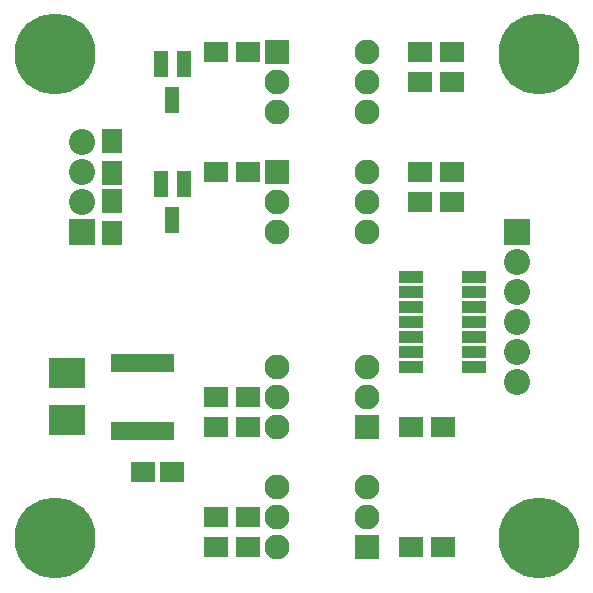
<source format=gts>
G04 #@! TF.FileFunction,Soldermask,Top*
%FSLAX46Y46*%
G04 Gerber Fmt 4.6, Leading zero omitted, Abs format (unit mm)*
G04 Created by KiCad (PCBNEW (after 2015-mar-04 BZR unknown)-product) date 3/7/2017 4:59:06 PM*
%MOMM*%
G01*
G04 APERTURE LIST*
%ADD10C,0.150000*%
%ADD11R,1.808000X2.008000*%
%ADD12R,2.008000X1.808000*%
%ADD13R,1.308100X2.308860*%
%ADD14C,6.858000*%
%ADD15R,3.008000X2.508000*%
%ADD16R,2.008000X1.758000*%
%ADD17R,2.208000X2.208000*%
%ADD18O,2.208000X2.208000*%
%ADD19R,0.908000X1.508000*%
%ADD20R,2.108000X2.108000*%
%ADD21O,2.108000X2.108000*%
%ADD22R,2.008000X1.108000*%
G04 APERTURE END LIST*
D10*
D11*
X8890000Y-16430000D03*
X8890000Y-19130000D03*
D12*
X34210000Y-45720000D03*
X36910000Y-45720000D03*
D11*
X8890000Y-11350000D03*
X8890000Y-14050000D03*
D12*
X17700000Y-43180000D03*
X20400000Y-43180000D03*
X34210000Y-35560000D03*
X36910000Y-35560000D03*
X17700000Y-13970000D03*
X20400000Y-13970000D03*
X17700000Y-33020000D03*
X20400000Y-33020000D03*
X37672000Y-16510000D03*
X34972000Y-16510000D03*
D13*
X14920000Y-4848860D03*
X13020000Y-4848860D03*
X13970000Y-7851140D03*
X14920000Y-15008860D03*
X13020000Y-15008860D03*
X13970000Y-18011140D03*
D14*
X4000000Y-4000000D03*
X45000000Y-4000000D03*
X4000000Y-45000000D03*
X45000000Y-45000000D03*
D12*
X17700000Y-45720000D03*
X20400000Y-45720000D03*
X37672000Y-13970000D03*
X34972000Y-13970000D03*
X17700000Y-3810000D03*
X20400000Y-3810000D03*
X37672000Y-6350000D03*
X34972000Y-6350000D03*
X17700000Y-35560000D03*
X20400000Y-35560000D03*
X37672000Y-3810000D03*
X34972000Y-3810000D03*
D15*
X5080000Y-35020000D03*
X5080000Y-31020000D03*
D16*
X11450000Y-39370000D03*
X13950000Y-39370000D03*
D17*
X43180000Y-19050000D03*
D18*
X43180000Y-21590000D03*
X43180000Y-24130000D03*
X43180000Y-26670000D03*
X43180000Y-29210000D03*
X43180000Y-31750000D03*
D17*
X6350000Y-19050000D03*
D18*
X6350000Y-16510000D03*
X6350000Y-13970000D03*
X6350000Y-11430000D03*
D19*
X13705000Y-30120000D03*
X13055000Y-30120000D03*
X12405000Y-30120000D03*
X11755000Y-30120000D03*
X11105000Y-30120000D03*
X10455000Y-30120000D03*
X9805000Y-30120000D03*
X9155000Y-30120000D03*
X9155000Y-35920000D03*
X9805000Y-35920000D03*
X10455000Y-35920000D03*
X11105000Y-35920000D03*
X11755000Y-35920000D03*
X12405000Y-35920000D03*
X13055000Y-35920000D03*
X13705000Y-35920000D03*
D20*
X30480000Y-35560000D03*
D21*
X22860000Y-30480000D03*
X30480000Y-33020000D03*
X22860000Y-33020000D03*
X30480000Y-30480000D03*
X22860000Y-35560000D03*
D20*
X22860000Y-3810000D03*
D21*
X30480000Y-8890000D03*
X22860000Y-6350000D03*
X30480000Y-6350000D03*
X22860000Y-8890000D03*
X30480000Y-3810000D03*
D20*
X30480000Y-45720000D03*
D21*
X22860000Y-40640000D03*
X30480000Y-43180000D03*
X22860000Y-43180000D03*
X30480000Y-40640000D03*
X22860000Y-45720000D03*
D20*
X22860000Y-13970000D03*
D21*
X30480000Y-19050000D03*
X22860000Y-16510000D03*
X30480000Y-16510000D03*
X22860000Y-19050000D03*
X30480000Y-13970000D03*
D22*
X34130000Y-22860000D03*
X34130000Y-24130000D03*
X34130000Y-25400000D03*
X34130000Y-26670000D03*
X34130000Y-27940000D03*
X34130000Y-29210000D03*
X34130000Y-30480000D03*
X39530000Y-30480000D03*
X39530000Y-29210000D03*
X39530000Y-27940000D03*
X39530000Y-26670000D03*
X39530000Y-25400000D03*
X39530000Y-24130000D03*
X39530000Y-22860000D03*
M02*

</source>
